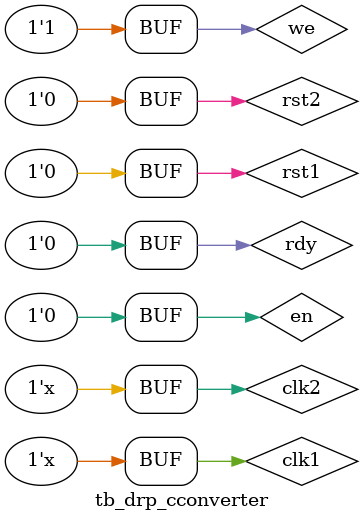
<source format=v>
`timescale 1ns / 1ps


module tb_drp_cconverter(

    );
    
    reg en;
    reg rdy;
    reg we ;
    reg clk1 ;
    reg clk2 , rst1 ,rst2 ;
drp_cconverter uut(
.S_DRPCLK_I  (clk1),
.S_DRPRST_I  (rst1),
.S_DRPADDR_I (231),
.S_DRPDI_I   (1231),
.S_DRPDO_O   (),
.S_DRPEN_I   (en),
.S_DRPWE_I   (we),
.S_DRPRDY_O  (),
.M_DRPCLK_I  (clk2),
.M_DRPRST_I  (rst2),
.M_DRPADDR_O (),
.M_DRPDI_O   (),
.M_DRPDO_I   (4356345),
.M_DRPEN_O   (),
.M_DRPWE_O   (),
.M_DRPRDY_I  (rdy)

);


always #5 clk1 = ~clk1;
always #2 clk2 = ~clk2;

initial begin
    en = 0;
    we = 0;
    rdy = 0;
    clk1 = 0;
    clk2 = 0;
    rst1 = 1;
    rst2 = 1;
    #200;
    rst1 = 0;
    rst2 = 0;
    #201;
    
    en = 1;
    we = 1;
    #10;
    en = 0;
    #200;
    
    rdy = 1;
    #6;
    rdy = 0;




end

    
    
    
endmodule

</source>
